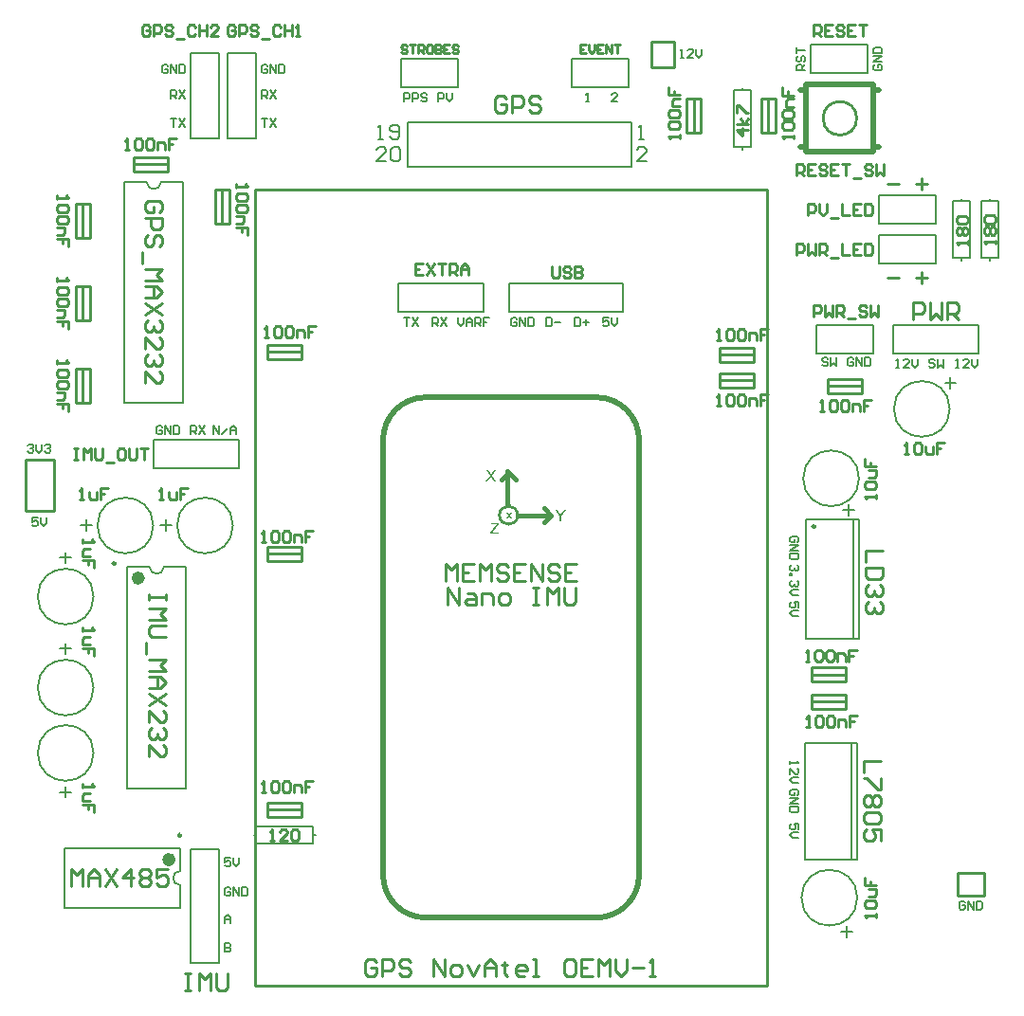
<source format=gto>
%FSLAX23Y23*%
%MOIN*%
G70*
G01*
G75*
G04 Layer_Color=65535*
%ADD10C,0.020*%
%ADD11C,0.060*%
%ADD12R,0.059X0.059*%
%ADD13C,0.059*%
%ADD14C,0.055*%
%ADD15C,0.250*%
%ADD16O,0.024X0.039*%
%ADD17R,0.059X0.059*%
%ADD18C,0.046*%
%ADD19R,0.046X0.046*%
%ADD20C,0.049*%
%ADD21R,0.049X0.049*%
%ADD22C,0.157*%
%ADD23R,0.059X0.059*%
%ADD24C,0.059*%
%ADD25R,0.049X0.049*%
%ADD26C,0.063*%
%ADD27R,0.063X0.063*%
%ADD28C,0.067*%
%ADD29R,0.067X0.067*%
%ADD30C,0.050*%
%ADD31C,0.015*%
%ADD32C,0.010*%
%ADD33C,0.008*%
%ADD34C,0.024*%
%ADD35C,0.010*%
%ADD36C,0.020*%
%ADD37C,0.008*%
%ADD38C,0.006*%
G36*
X2983Y2831D02*
Y2815D01*
X2978D01*
Y2831D01*
X2963Y2853D01*
X2970D01*
X2977Y2842D01*
Y2842D01*
X2977Y2842D01*
X2977Y2842D01*
X2977Y2841D01*
X2978Y2841D01*
X2978Y2840D01*
X2979Y2839D01*
X2980Y2838D01*
X2980Y2837D01*
X2981Y2835D01*
Y2835D01*
X2981Y2835D01*
X2981Y2836D01*
X2981Y2836D01*
X2982Y2836D01*
X2982Y2837D01*
X2983Y2838D01*
X2984Y2839D01*
X2984Y2841D01*
X2985Y2842D01*
X2993Y2853D01*
X2999D01*
X2983Y2831D01*
D02*
G37*
G36*
X2763Y2804D02*
X2742Y2777D01*
X2739Y2775D01*
X2764D01*
Y2770D01*
X2733D01*
Y2775D01*
X2753Y2799D01*
Y2799D01*
X2753Y2799D01*
X2753Y2800D01*
X2754Y2800D01*
X2754Y2801D01*
X2755Y2802D01*
X2756Y2802D01*
X2756Y2803D01*
X2757Y2804D01*
X2736D01*
Y2808D01*
X2763D01*
Y2804D01*
D02*
G37*
G36*
X2803Y2835D02*
X2812Y2823D01*
X2806D01*
X2800Y2830D01*
X2795Y2823D01*
X2788D01*
X2797Y2835D01*
X2789Y2845D01*
X2795D01*
X2800Y2839D01*
X2805Y2845D01*
X2811D01*
X2803Y2835D01*
D02*
G37*
G36*
X2739Y2975D02*
X2754Y2955D01*
X2747D01*
X2738Y2969D01*
X2738Y2969D01*
X2738Y2969D01*
X2737Y2969D01*
X2737Y2969D01*
X2737Y2970D01*
X2736Y2971D01*
X2736Y2971D01*
X2736Y2971D01*
X2736Y2970D01*
X2735Y2970D01*
X2735Y2969D01*
X2734Y2969D01*
X2734Y2968D01*
X2725Y2955D01*
X2718D01*
X2733Y2975D01*
X2720Y2993D01*
X2726D01*
X2733Y2984D01*
Y2983D01*
X2733Y2983D01*
X2734Y2983D01*
X2734Y2982D01*
X2734Y2982D01*
X2735Y2981D01*
X2735Y2980D01*
X2736Y2980D01*
X2736Y2979D01*
X2736Y2979D01*
X2737Y2979D01*
X2737Y2980D01*
X2737Y2980D01*
X2738Y2981D01*
X2738Y2982D01*
X2739Y2982D01*
X2739Y2983D01*
X2747Y2993D01*
X2753D01*
X2739Y2975D01*
D02*
G37*
D10*
X2507Y3250D02*
G03*
X2357Y3100I0J-150D01*
G01*
X3257D02*
G03*
X3107Y3250I-150J0D01*
G01*
Y1420D02*
G03*
X3257Y1570I0J150D01*
G01*
X2357D02*
G03*
X2507Y1420I150J0D01*
G01*
X2507D02*
X3107D01*
X3257Y1570D02*
Y3100D01*
X2509Y3252D02*
X3115D01*
X2357Y1570D02*
Y3100D01*
D31*
X2794Y2874D02*
X2798Y2870D01*
X2833Y2835D02*
X2948D01*
X2794Y2874D02*
Y2989D01*
X2773Y2960D02*
X2798Y2985D01*
X2794Y2989D02*
X2823Y2960D01*
X2923Y2860D02*
X2948Y2835D01*
X2923Y2810D02*
X2948Y2835D01*
D32*
X4022Y4231D02*
G03*
X4022Y4231I-59J0D01*
G01*
X2830Y2835D02*
G03*
X2830Y2835I-32J0D01*
G01*
X3571Y3399D02*
X3661D01*
X3541D02*
X3631D01*
X3661Y3374D02*
Y3399D01*
X3541Y3374D02*
X3661D01*
X3541D02*
Y3424D01*
X3661D01*
Y3399D02*
Y3424D01*
X1907Y3980D02*
X3707D01*
Y1180D02*
Y3980D01*
X1907Y1180D02*
X3707D01*
X1907D02*
Y3980D01*
X1101Y2849D02*
X1201D01*
X1101Y3029D02*
X1201D01*
Y2849D02*
Y3029D01*
X1101Y2849D02*
Y3029D01*
X3301Y4499D02*
X3381D01*
Y4409D02*
Y4499D01*
X3301Y4409D02*
X3381D01*
X3301D02*
Y4499D01*
X3951Y3289D02*
X4041D01*
X3921D02*
X4011D01*
X4041Y3264D02*
Y3289D01*
X3921Y3264D02*
X4041D01*
X3921D02*
Y3314D01*
X4041D01*
Y3289D02*
Y3314D01*
X1981Y1799D02*
X2071D01*
X1951D02*
X2041D01*
X2071Y1774D02*
Y1799D01*
X1951Y1774D02*
X2071D01*
X1951D02*
Y1824D01*
X2071D01*
Y1799D02*
Y1824D01*
X3541Y3309D02*
X3631D01*
X3571D02*
X3661D01*
X3541D02*
Y3334D01*
X3661D01*
Y3284D02*
Y3334D01*
X3541Y3284D02*
X3661D01*
X3541D02*
Y3309D01*
X1981Y3409D02*
X2071D01*
X1951D02*
X2041D01*
X2071Y3384D02*
Y3409D01*
X1951Y3384D02*
X2071D01*
X1951D02*
Y3434D01*
X2071D01*
Y3409D02*
Y3434D01*
X1981Y2699D02*
X2071D01*
X1951D02*
X2041D01*
X2071Y2674D02*
Y2699D01*
X1951Y2674D02*
X2071D01*
X1951D02*
Y2724D01*
X2071D01*
Y2699D02*
Y2724D01*
X3711Y4179D02*
X3736D01*
Y4299D01*
X3686D02*
X3736D01*
X3686Y4179D02*
Y4299D01*
Y4179D02*
X3711D01*
Y4209D02*
Y4299D01*
Y4179D02*
Y4269D01*
X1766Y3979D02*
X1791D01*
X1766Y3859D02*
Y3979D01*
Y3859D02*
X1816D01*
Y3979D01*
X1791D02*
X1816D01*
X1791Y3859D02*
Y3949D01*
Y3889D02*
Y3979D01*
X1481Y4069D02*
X1571D01*
X1511D02*
X1601D01*
X1481D02*
Y4094D01*
X1601D01*
Y4044D02*
Y4094D01*
X1481Y4044D02*
X1601D01*
X1481D02*
Y4069D01*
X1301Y3839D02*
Y3929D01*
Y3809D02*
Y3899D01*
Y3929D02*
X1326D01*
Y3809D02*
Y3929D01*
X1276Y3809D02*
X1326D01*
X1276D02*
Y3929D01*
X1301D01*
Y3549D02*
Y3639D01*
Y3519D02*
Y3609D01*
Y3639D02*
X1326D01*
Y3519D02*
Y3639D01*
X1276Y3519D02*
X1326D01*
X1276D02*
Y3639D01*
X1301D01*
Y3259D02*
Y3349D01*
Y3229D02*
Y3319D01*
Y3349D02*
X1326D01*
Y3229D02*
Y3349D01*
X1276Y3229D02*
X1326D01*
X1276D02*
Y3349D01*
X1301D01*
X3424Y4299D02*
X3449D01*
X3424Y4179D02*
Y4299D01*
Y4179D02*
X3474D01*
Y4299D01*
X3449D02*
X3474D01*
X3449Y4179D02*
Y4269D01*
Y4209D02*
Y4299D01*
X4378Y1578D02*
X4471D01*
X4378Y1498D02*
Y1578D01*
Y1498D02*
X4471D01*
Y1578D01*
X3865Y2154D02*
Y2179D01*
Y2154D02*
X3985D01*
Y2204D01*
X3865D02*
X3985D01*
X3865Y2179D02*
Y2204D01*
X3895Y2179D02*
X3985D01*
X3865D02*
X3955D01*
X3983Y2275D02*
Y2300D01*
X3863D02*
X3983D01*
X3863Y2250D02*
Y2300D01*
Y2250D02*
X3983D01*
Y2275D01*
X3863D02*
X3953D01*
X3893D02*
X3983D01*
X2498Y3719D02*
X2471D01*
Y3679D01*
X2498D01*
X2471Y3699D02*
X2484D01*
X2511Y3719D02*
X2538Y3679D01*
Y3719D02*
X2511Y3679D01*
X2551Y3719D02*
X2578D01*
X2564D01*
Y3679D01*
X2591D02*
Y3719D01*
X2611D01*
X2618Y3712D01*
Y3699D01*
X2611Y3692D01*
X2591D01*
X2604D02*
X2618Y3679D01*
X2631D02*
Y3706D01*
X2644Y3719D01*
X2658Y3706D01*
Y3679D01*
Y3699D01*
X2631D01*
X3531Y3449D02*
X3544D01*
X3538D01*
Y3489D01*
X3531Y3482D01*
X3564D02*
X3571Y3489D01*
X3584D01*
X3591Y3482D01*
Y3456D01*
X3584Y3449D01*
X3571D01*
X3564Y3456D01*
Y3482D01*
X3604D02*
X3611Y3489D01*
X3624D01*
X3631Y3482D01*
Y3456D01*
X3624Y3449D01*
X3611D01*
X3604Y3456D01*
Y3482D01*
X3644Y3449D02*
Y3476D01*
X3664D01*
X3671Y3469D01*
Y3449D01*
X3711Y3489D02*
X3684D01*
Y3469D01*
X3698D01*
X3684D01*
Y3449D01*
X2951Y3709D02*
Y3676D01*
X2958Y3669D01*
X2971D01*
X2978Y3676D01*
Y3709D01*
X3018Y3702D02*
X3011Y3709D01*
X2998D01*
X2991Y3702D01*
Y3696D01*
X2998Y3689D01*
X3011D01*
X3018Y3682D01*
Y3676D01*
X3011Y3669D01*
X2998D01*
X2991Y3676D01*
X3031Y3709D02*
Y3669D01*
X3051D01*
X3058Y3676D01*
Y3682D01*
X3051Y3689D01*
X3031D01*
X3051D01*
X3058Y3696D01*
Y3702D01*
X3051Y3709D01*
X3031D01*
X3893Y3200D02*
X3906D01*
X3900D01*
Y3240D01*
X3893Y3233D01*
X3926D02*
X3933Y3240D01*
X3946D01*
X3953Y3233D01*
Y3207D01*
X3946Y3200D01*
X3933D01*
X3926Y3207D01*
Y3233D01*
X3966D02*
X3973Y3240D01*
X3986D01*
X3993Y3233D01*
Y3207D01*
X3986Y3200D01*
X3973D01*
X3966Y3207D01*
Y3233D01*
X4006Y3200D02*
Y3227D01*
X4026D01*
X4033Y3220D01*
Y3200D01*
X4073Y3240D02*
X4046D01*
Y3220D01*
X4060D01*
X4046D01*
Y3200D01*
X3811Y4029D02*
Y4069D01*
X3831D01*
X3838Y4062D01*
Y4049D01*
X3831Y4042D01*
X3811D01*
X3824D02*
X3838Y4029D01*
X3878Y4069D02*
X3851D01*
Y4029D01*
X3878D01*
X3851Y4049D02*
X3864D01*
X3918Y4062D02*
X3911Y4069D01*
X3898D01*
X3891Y4062D01*
Y4056D01*
X3898Y4049D01*
X3911D01*
X3918Y4042D01*
Y4036D01*
X3911Y4029D01*
X3898D01*
X3891Y4036D01*
X3958Y4069D02*
X3931D01*
Y4029D01*
X3958D01*
X3931Y4049D02*
X3944D01*
X3971Y4069D02*
X3998D01*
X3984D01*
Y4029D01*
X4011Y4022D02*
X4038D01*
X4078Y4062D02*
X4071Y4069D01*
X4058D01*
X4051Y4062D01*
Y4056D01*
X4058Y4049D01*
X4071D01*
X4078Y4042D01*
Y4036D01*
X4071Y4029D01*
X4058D01*
X4051Y4036D01*
X4091Y4069D02*
Y4029D01*
X4104Y4042D01*
X4118Y4029D01*
Y4069D01*
X1931Y1859D02*
X1944D01*
X1938D01*
Y1899D01*
X1931Y1892D01*
X1964D02*
X1971Y1899D01*
X1984D01*
X1991Y1892D01*
Y1866D01*
X1984Y1859D01*
X1971D01*
X1964Y1866D01*
Y1892D01*
X2004D02*
X2011Y1899D01*
X2024D01*
X2031Y1892D01*
Y1866D01*
X2024Y1859D01*
X2011D01*
X2004Y1866D01*
Y1892D01*
X2044Y1859D02*
Y1886D01*
X2064D01*
X2071Y1879D01*
Y1859D01*
X2111Y1899D02*
X2084D01*
Y1879D01*
X2098D01*
X2084D01*
Y1859D01*
X1301Y2749D02*
Y2736D01*
Y2742D01*
X1341D01*
X1334Y2749D01*
X1328Y2716D02*
X1308D01*
X1301Y2709D01*
Y2689D01*
X1328D01*
X1341Y2649D02*
Y2676D01*
X1321D01*
Y2662D01*
Y2676D01*
X1301D01*
Y2439D02*
Y2426D01*
Y2432D01*
X1341D01*
X1334Y2439D01*
X1328Y2406D02*
X1308D01*
X1301Y2399D01*
Y2379D01*
X1328D01*
X1341Y2339D02*
Y2366D01*
X1321D01*
Y2352D01*
Y2366D01*
X1301D01*
X1291Y2889D02*
X1304D01*
X1298D01*
Y2929D01*
X1291Y2922D01*
X1324Y2916D02*
Y2896D01*
X1331Y2889D01*
X1351D01*
Y2916D01*
X1391Y2929D02*
X1364D01*
Y2909D01*
X1378D01*
X1364D01*
Y2889D01*
X1571D02*
X1584D01*
X1578D01*
Y2929D01*
X1571Y2922D01*
X1604Y2916D02*
Y2896D01*
X1611Y2889D01*
X1631D01*
Y2916D01*
X1671Y2929D02*
X1644D01*
Y2909D01*
X1658D01*
X1644D01*
Y2889D01*
X1301Y1889D02*
Y1876D01*
Y1882D01*
X1341D01*
X1334Y1889D01*
X1328Y1856D02*
X1308D01*
X1301Y1849D01*
Y1829D01*
X1328D01*
X1341Y1789D02*
Y1816D01*
X1321D01*
Y1802D01*
Y1816D01*
X1301D01*
X1961Y1689D02*
X1974D01*
X1968D01*
Y1729D01*
X1961Y1722D01*
X2021Y1689D02*
X1994D01*
X2021Y1716D01*
Y1722D01*
X2014Y1729D01*
X2001D01*
X1994Y1722D01*
X2034D02*
X2041Y1729D01*
X2054D01*
X2061Y1722D01*
Y1696D01*
X2054Y1689D01*
X2041D01*
X2034Y1696D01*
Y1722D01*
X3871Y4519D02*
Y4559D01*
X3891D01*
X3898Y4552D01*
Y4539D01*
X3891Y4532D01*
X3871D01*
X3884D02*
X3898Y4519D01*
X3938Y4559D02*
X3911D01*
Y4519D01*
X3938D01*
X3911Y4539D02*
X3924D01*
X3978Y4552D02*
X3971Y4559D01*
X3958D01*
X3951Y4552D01*
Y4546D01*
X3958Y4539D01*
X3971D01*
X3978Y4532D01*
Y4526D01*
X3971Y4519D01*
X3958D01*
X3951Y4526D01*
X4018Y4559D02*
X3991D01*
Y4519D01*
X4018D01*
X3991Y4539D02*
X4004D01*
X4031Y4559D02*
X4058D01*
X4044D01*
Y4519D01*
X3641Y4189D02*
X3601D01*
X3621Y4169D01*
Y4196D01*
X3641Y4209D02*
X3601D01*
X3628D02*
X3614Y4229D01*
X3628Y4209D02*
X3641Y4229D01*
X3601Y4249D02*
Y4276D01*
X3608D01*
X3634Y4249D01*
X3641D01*
X4221Y3524D02*
Y3584D01*
X4251D01*
X4261Y3574D01*
Y3554D01*
X4251Y3544D01*
X4221D01*
X4281Y3584D02*
Y3524D01*
X4301Y3544D01*
X4321Y3524D01*
Y3584D01*
X4341Y3524D02*
Y3584D01*
X4371D01*
X4381Y3574D01*
Y3554D01*
X4371Y3544D01*
X4341D01*
X4361D02*
X4381Y3524D01*
X3871Y3534D02*
Y3574D01*
X3891D01*
X3898Y3567D01*
Y3554D01*
X3891Y3547D01*
X3871D01*
X3911Y3574D02*
Y3534D01*
X3924Y3547D01*
X3938Y3534D01*
Y3574D01*
X3951Y3534D02*
Y3574D01*
X3971D01*
X3978Y3567D01*
Y3554D01*
X3971Y3547D01*
X3951D01*
X3964D02*
X3978Y3534D01*
X3991Y3527D02*
X4018D01*
X4058Y3567D02*
X4051Y3574D01*
X4038D01*
X4031Y3567D01*
Y3561D01*
X4038Y3554D01*
X4051D01*
X4058Y3547D01*
Y3541D01*
X4051Y3534D01*
X4038D01*
X4031Y3541D01*
X4071Y3574D02*
Y3534D01*
X4084Y3547D01*
X4098Y3534D01*
Y3574D01*
X4511Y3789D02*
Y3802D01*
Y3796D01*
X4471D01*
X4478Y3789D01*
Y3822D02*
X4471Y3829D01*
Y3842D01*
X4478Y3849D01*
X4484D01*
X4491Y3842D01*
X4498Y3849D01*
X4504D01*
X4511Y3842D01*
Y3829D01*
X4504Y3822D01*
X4498D01*
X4491Y3829D01*
X4484Y3822D01*
X4478D01*
X4491Y3829D02*
Y3842D01*
X4478Y3862D02*
X4471Y3869D01*
Y3882D01*
X4478Y3889D01*
X4504D01*
X4511Y3882D01*
Y3869D01*
X4504Y3862D01*
X4478D01*
X3811Y3749D02*
Y3789D01*
X3831D01*
X3838Y3782D01*
Y3769D01*
X3831Y3762D01*
X3811D01*
X3851Y3789D02*
Y3749D01*
X3864Y3762D01*
X3878Y3749D01*
Y3789D01*
X3891Y3749D02*
Y3789D01*
X3911D01*
X3918Y3782D01*
Y3769D01*
X3911Y3762D01*
X3891D01*
X3904D02*
X3918Y3749D01*
X3931Y3742D02*
X3958D01*
X3971Y3789D02*
Y3749D01*
X3998D01*
X4038Y3789D02*
X4011D01*
Y3749D01*
X4038D01*
X4011Y3769D02*
X4024D01*
X4051Y3789D02*
Y3749D01*
X4071D01*
X4078Y3756D01*
Y3782D01*
X4071Y3789D01*
X4051D01*
X4412Y3786D02*
Y3799D01*
Y3793D01*
X4372D01*
X4379Y3786D01*
Y3819D02*
X4372Y3826D01*
Y3839D01*
X4379Y3846D01*
X4385D01*
X4392Y3839D01*
X4399Y3846D01*
X4405D01*
X4412Y3839D01*
Y3826D01*
X4405Y3819D01*
X4399D01*
X4392Y3826D01*
X4385Y3819D01*
X4379D01*
X4392Y3826D02*
Y3839D01*
X4379Y3859D02*
X4372Y3866D01*
Y3879D01*
X4379Y3886D01*
X4405D01*
X4412Y3879D01*
Y3866D01*
X4405Y3859D01*
X4379D01*
X3851Y3889D02*
Y3929D01*
X3871D01*
X3878Y3922D01*
Y3909D01*
X3871Y3902D01*
X3851D01*
X3891Y3929D02*
Y3902D01*
X3904Y3889D01*
X3918Y3902D01*
Y3929D01*
X3931Y3882D02*
X3958D01*
X3971Y3929D02*
Y3889D01*
X3998D01*
X4038Y3929D02*
X4011D01*
Y3889D01*
X4038D01*
X4011Y3909D02*
X4024D01*
X4051Y3929D02*
Y3889D01*
X4071D01*
X4078Y3896D01*
Y3922D01*
X4071Y3929D01*
X4051D01*
X1659Y1224D02*
X1679D01*
X1669D01*
Y1164D01*
X1659D01*
X1679D01*
X1709D02*
Y1224D01*
X1729Y1204D01*
X1749Y1224D01*
Y1164D01*
X1769Y1224D02*
Y1174D01*
X1779Y1164D01*
X1799D01*
X1809Y1174D01*
Y1224D01*
X1271Y3069D02*
X1284D01*
X1278D01*
Y3029D01*
X1271D01*
X1284D01*
X1304D02*
Y3069D01*
X1318Y3056D01*
X1331Y3069D01*
Y3029D01*
X1344Y3069D02*
Y3036D01*
X1351Y3029D01*
X1364D01*
X1371Y3036D01*
Y3069D01*
X1384Y3022D02*
X1411D01*
X1444Y3069D02*
X1431D01*
X1424Y3062D01*
Y3036D01*
X1431Y3029D01*
X1444D01*
X1451Y3036D01*
Y3062D01*
X1444Y3069D01*
X1464D02*
Y3036D01*
X1471Y3029D01*
X1484D01*
X1491Y3036D01*
Y3069D01*
X1504D02*
X1531D01*
X1518D01*
Y3029D01*
X1538Y4552D02*
X1531Y4559D01*
X1518D01*
X1511Y4552D01*
Y4526D01*
X1518Y4519D01*
X1531D01*
X1538Y4526D01*
Y4539D01*
X1524D01*
X1551Y4519D02*
Y4559D01*
X1571D01*
X1578Y4552D01*
Y4539D01*
X1571Y4532D01*
X1551D01*
X1618Y4552D02*
X1611Y4559D01*
X1598D01*
X1591Y4552D01*
Y4546D01*
X1598Y4539D01*
X1611D01*
X1618Y4532D01*
Y4526D01*
X1611Y4519D01*
X1598D01*
X1591Y4526D01*
X1631Y4512D02*
X1658D01*
X1698Y4552D02*
X1691Y4559D01*
X1678D01*
X1671Y4552D01*
Y4526D01*
X1678Y4519D01*
X1691D01*
X1698Y4526D01*
X1711Y4559D02*
Y4519D01*
Y4539D01*
X1738D01*
Y4559D01*
Y4519D01*
X1778D02*
X1751D01*
X1778Y4546D01*
Y4552D01*
X1771Y4559D01*
X1758D01*
X1751Y4552D01*
X1838D02*
X1831Y4559D01*
X1818D01*
X1811Y4552D01*
Y4526D01*
X1818Y4519D01*
X1831D01*
X1838Y4526D01*
Y4539D01*
X1824D01*
X1851Y4519D02*
Y4559D01*
X1871D01*
X1878Y4552D01*
Y4539D01*
X1871Y4532D01*
X1851D01*
X1918Y4552D02*
X1911Y4559D01*
X1898D01*
X1891Y4552D01*
Y4546D01*
X1898Y4539D01*
X1911D01*
X1918Y4532D01*
Y4526D01*
X1911Y4519D01*
X1898D01*
X1891Y4526D01*
X1931Y4512D02*
X1958D01*
X1998Y4552D02*
X1991Y4559D01*
X1978D01*
X1971Y4552D01*
Y4526D01*
X1978Y4519D01*
X1991D01*
X1998Y4526D01*
X2011Y4559D02*
Y4519D01*
Y4539D01*
X2038D01*
Y4559D01*
Y4519D01*
X2051D02*
X2064D01*
X2058D01*
Y4559D01*
X2051Y4552D01*
X3531Y3219D02*
X3544D01*
X3538D01*
Y3259D01*
X3531Y3252D01*
X3564D02*
X3571Y3259D01*
X3584D01*
X3591Y3252D01*
Y3226D01*
X3584Y3219D01*
X3571D01*
X3564Y3226D01*
Y3252D01*
X3604D02*
X3611Y3259D01*
X3624D01*
X3631Y3252D01*
Y3226D01*
X3624Y3219D01*
X3611D01*
X3604Y3226D01*
Y3252D01*
X3644Y3219D02*
Y3246D01*
X3664D01*
X3671Y3239D01*
Y3219D01*
X3711Y3259D02*
X3684D01*
Y3239D01*
X3698D01*
X3684D01*
Y3219D01*
X1941Y3459D02*
X1954D01*
X1948D01*
Y3499D01*
X1941Y3492D01*
X1974D02*
X1981Y3499D01*
X1994D01*
X2001Y3492D01*
Y3466D01*
X1994Y3459D01*
X1981D01*
X1974Y3466D01*
Y3492D01*
X2014D02*
X2021Y3499D01*
X2034D01*
X2041Y3492D01*
Y3466D01*
X2034Y3459D01*
X2021D01*
X2014Y3466D01*
Y3492D01*
X2054Y3459D02*
Y3486D01*
X2074D01*
X2081Y3479D01*
Y3459D01*
X2121Y3499D02*
X2094D01*
Y3479D01*
X2108D01*
X2094D01*
Y3459D01*
X1931Y2739D02*
X1944D01*
X1938D01*
Y2779D01*
X1931Y2772D01*
X1964D02*
X1971Y2779D01*
X1984D01*
X1991Y2772D01*
Y2746D01*
X1984Y2739D01*
X1971D01*
X1964Y2746D01*
Y2772D01*
X2004D02*
X2011Y2779D01*
X2024D01*
X2031Y2772D01*
Y2746D01*
X2024Y2739D01*
X2011D01*
X2004Y2746D01*
Y2772D01*
X2044Y2739D02*
Y2766D01*
X2064D01*
X2071Y2759D01*
Y2739D01*
X2111Y2779D02*
X2084D01*
Y2759D01*
X2098D01*
X2084D01*
Y2739D01*
X2791Y4299D02*
X2781Y4309D01*
X2761D01*
X2751Y4299D01*
Y4259D01*
X2761Y4249D01*
X2781D01*
X2791Y4259D01*
Y4279D01*
X2771D01*
X2811Y4249D02*
Y4309D01*
X2841D01*
X2851Y4299D01*
Y4279D01*
X2841Y4269D01*
X2811D01*
X2911Y4299D02*
X2901Y4309D01*
X2881D01*
X2871Y4299D01*
Y4289D01*
X2881Y4279D01*
X2901D01*
X2911Y4269D01*
Y4259D01*
X2901Y4249D01*
X2881D01*
X2871Y4259D01*
X4191Y3049D02*
X4204D01*
X4198D01*
Y3089D01*
X4191Y3082D01*
X4224D02*
X4231Y3089D01*
X4244D01*
X4251Y3082D01*
Y3056D01*
X4244Y3049D01*
X4231D01*
X4224Y3056D01*
Y3082D01*
X4264Y3076D02*
Y3056D01*
X4271Y3049D01*
X4291D01*
Y3076D01*
X4331Y3089D02*
X4304D01*
Y3069D01*
X4318D01*
X4304D01*
Y3049D01*
X3071Y4489D02*
X3051D01*
Y4459D01*
X3071D01*
X3051Y4474D02*
X3061D01*
X3081Y4489D02*
Y4469D01*
X3091Y4459D01*
X3101Y4469D01*
Y4489D01*
X3131D02*
X3111D01*
Y4459D01*
X3131D01*
X3111Y4474D02*
X3121D01*
X3141Y4459D02*
Y4489D01*
X3161Y4459D01*
Y4489D01*
X3171D02*
X3191D01*
X3181D01*
Y4459D01*
X2441Y4484D02*
X2436Y4489D01*
X2426D01*
X2421Y4484D01*
Y4479D01*
X2426Y4474D01*
X2436D01*
X2441Y4469D01*
Y4464D01*
X2436Y4459D01*
X2426D01*
X2421Y4464D01*
X2451Y4489D02*
X2471D01*
X2461D01*
Y4459D01*
X2481D02*
Y4489D01*
X2496D01*
X2501Y4484D01*
Y4474D01*
X2496Y4469D01*
X2481D01*
X2491D02*
X2501Y4459D01*
X2526Y4489D02*
X2516D01*
X2511Y4484D01*
Y4464D01*
X2516Y4459D01*
X2526D01*
X2531Y4464D01*
Y4484D01*
X2526Y4489D01*
X2541D02*
Y4459D01*
X2556D01*
X2561Y4464D01*
Y4469D01*
X2556Y4474D01*
X2541D01*
X2556D01*
X2561Y4479D01*
Y4484D01*
X2556Y4489D01*
X2541D01*
X2591D02*
X2571D01*
Y4459D01*
X2591D01*
X2571Y4474D02*
X2581D01*
X2621Y4484D02*
X2616Y4489D01*
X2606D01*
X2601Y4484D01*
Y4479D01*
X2606Y4474D01*
X2616D01*
X2621Y4469D01*
Y4464D01*
X2616Y4459D01*
X2606D01*
X2601Y4464D01*
X1261Y1529D02*
Y1589D01*
X1281Y1569D01*
X1301Y1589D01*
Y1529D01*
X1321D02*
Y1569D01*
X1341Y1589D01*
X1361Y1569D01*
Y1529D01*
Y1559D01*
X1321D01*
X1381Y1589D02*
X1421Y1529D01*
Y1589D02*
X1381Y1529D01*
X1471D02*
Y1589D01*
X1441Y1559D01*
X1481D01*
X1501Y1579D02*
X1511Y1589D01*
X1531D01*
X1541Y1579D01*
Y1569D01*
X1531Y1559D01*
X1541Y1549D01*
Y1539D01*
X1531Y1529D01*
X1511D01*
X1501Y1539D01*
Y1549D01*
X1511Y1559D01*
X1501Y1569D01*
Y1579D01*
X1511Y1559D02*
X1531D01*
X1601Y1589D02*
X1561D01*
Y1559D01*
X1581Y1569D01*
X1591D01*
X1601Y1559D01*
Y1539D01*
X1591Y1529D01*
X1571D01*
X1561Y1539D01*
X1211Y3379D02*
Y3366D01*
Y3372D01*
X1251D01*
X1244Y3379D01*
Y3346D02*
X1251Y3339D01*
Y3326D01*
X1244Y3319D01*
X1218D01*
X1211Y3326D01*
Y3339D01*
X1218Y3346D01*
X1244D01*
Y3306D02*
X1251Y3299D01*
Y3286D01*
X1244Y3279D01*
X1218D01*
X1211Y3286D01*
Y3299D01*
X1218Y3306D01*
X1244D01*
X1211Y3266D02*
X1238D01*
Y3246D01*
X1231Y3239D01*
X1211D01*
X1251Y3199D02*
Y3226D01*
X1231D01*
Y3212D01*
Y3226D01*
X1211D01*
X1451Y4119D02*
X1464D01*
X1458D01*
Y4159D01*
X1451Y4152D01*
X1484D02*
X1491Y4159D01*
X1504D01*
X1511Y4152D01*
Y4126D01*
X1504Y4119D01*
X1491D01*
X1484Y4126D01*
Y4152D01*
X1524D02*
X1531Y4159D01*
X1544D01*
X1551Y4152D01*
Y4126D01*
X1544Y4119D01*
X1531D01*
X1524Y4126D01*
Y4152D01*
X1564Y4119D02*
Y4146D01*
X1584D01*
X1591Y4139D01*
Y4119D01*
X1631Y4159D02*
X1604D01*
Y4139D01*
X1618D01*
X1604D01*
Y4119D01*
X1211Y3669D02*
Y3656D01*
Y3662D01*
X1251D01*
X1244Y3669D01*
Y3636D02*
X1251Y3629D01*
Y3616D01*
X1244Y3609D01*
X1218D01*
X1211Y3616D01*
Y3629D01*
X1218Y3636D01*
X1244D01*
Y3596D02*
X1251Y3589D01*
Y3576D01*
X1244Y3569D01*
X1218D01*
X1211Y3576D01*
Y3589D01*
X1218Y3596D01*
X1244D01*
X1211Y3556D02*
X1238D01*
Y3536D01*
X1231Y3529D01*
X1211D01*
X1251Y3489D02*
Y3516D01*
X1231D01*
Y3502D01*
Y3516D01*
X1211D01*
Y3959D02*
Y3946D01*
Y3952D01*
X1251D01*
X1244Y3959D01*
Y3926D02*
X1251Y3919D01*
Y3906D01*
X1244Y3899D01*
X1218D01*
X1211Y3906D01*
Y3919D01*
X1218Y3926D01*
X1244D01*
Y3886D02*
X1251Y3879D01*
Y3866D01*
X1244Y3859D01*
X1218D01*
X1211Y3866D01*
Y3879D01*
X1218Y3886D01*
X1244D01*
X1211Y3846D02*
X1238D01*
Y3826D01*
X1231Y3819D01*
X1211D01*
X1251Y3779D02*
Y3806D01*
X1231D01*
Y3792D01*
Y3806D01*
X1211D01*
X1841Y3999D02*
Y3986D01*
Y3992D01*
X1881D01*
X1874Y3999D01*
Y3966D02*
X1881Y3959D01*
Y3946D01*
X1874Y3939D01*
X1848D01*
X1841Y3946D01*
Y3959D01*
X1848Y3966D01*
X1874D01*
Y3926D02*
X1881Y3919D01*
Y3906D01*
X1874Y3899D01*
X1848D01*
X1841Y3906D01*
Y3919D01*
X1848Y3926D01*
X1874D01*
X1841Y3886D02*
X1868D01*
Y3866D01*
X1861Y3859D01*
X1841D01*
X1881Y3819D02*
Y3846D01*
X1861D01*
Y3832D01*
Y3846D01*
X1841D01*
X1571Y3899D02*
X1581Y3909D01*
Y3929D01*
X1571Y3939D01*
X1531D01*
X1521Y3929D01*
Y3909D01*
X1531Y3899D01*
X1551D01*
Y3919D01*
X1521Y3879D02*
X1581D01*
Y3849D01*
X1571Y3839D01*
X1551D01*
X1541Y3849D01*
Y3879D01*
X1571Y3779D02*
X1581Y3789D01*
Y3809D01*
X1571Y3819D01*
X1561D01*
X1551Y3809D01*
Y3789D01*
X1541Y3779D01*
X1531D01*
X1521Y3789D01*
Y3809D01*
X1531Y3819D01*
X1511Y3759D02*
Y3719D01*
X1521Y3699D02*
X1581D01*
X1561Y3679D01*
X1581Y3659D01*
X1521D01*
Y3639D02*
X1561D01*
X1581Y3619D01*
X1561Y3599D01*
X1521D01*
X1551D01*
Y3639D01*
X1581Y3579D02*
X1521Y3539D01*
X1581D02*
X1521Y3579D01*
X1571Y3519D02*
X1581Y3509D01*
Y3489D01*
X1571Y3479D01*
X1561D01*
X1551Y3489D01*
Y3499D01*
Y3489D01*
X1541Y3479D01*
X1531D01*
X1521Y3489D01*
Y3509D01*
X1531Y3519D01*
X1521Y3419D02*
Y3459D01*
X1561Y3419D01*
X1571D01*
X1581Y3429D01*
Y3449D01*
X1571Y3459D01*
Y3399D02*
X1581Y3389D01*
Y3369D01*
X1571Y3359D01*
X1561D01*
X1551Y3369D01*
Y3379D01*
Y3369D01*
X1541Y3359D01*
X1531D01*
X1521Y3369D01*
Y3389D01*
X1531Y3399D01*
X1521Y3299D02*
Y3339D01*
X1561Y3299D01*
X1571D01*
X1581Y3309D01*
Y3329D01*
X1571Y3339D01*
X1595Y2558D02*
Y2538D01*
Y2548D01*
X1535D01*
Y2558D01*
Y2538D01*
Y2508D02*
X1595D01*
X1575Y2488D01*
X1595Y2468D01*
X1535D01*
X1595Y2448D02*
X1545D01*
X1535Y2438D01*
Y2418D01*
X1545Y2408D01*
X1595D01*
X1525Y2388D02*
Y2348D01*
X1535Y2328D02*
X1595D01*
X1575Y2308D01*
X1595Y2288D01*
X1535D01*
Y2268D02*
X1575D01*
X1595Y2248D01*
X1575Y2228D01*
X1535D01*
X1565D01*
Y2268D01*
X1595Y2208D02*
X1535Y2168D01*
X1595D02*
X1535Y2208D01*
Y2108D02*
Y2148D01*
X1575Y2108D01*
X1585D01*
X1595Y2118D01*
Y2138D01*
X1585Y2148D01*
Y2088D02*
X1595Y2078D01*
Y2058D01*
X1585Y2048D01*
X1575D01*
X1565Y2058D01*
Y2068D01*
Y2058D01*
X1555Y2048D01*
X1545D01*
X1535Y2058D01*
Y2078D01*
X1545Y2088D01*
X1535Y1988D02*
Y2028D01*
X1575Y1988D01*
X1585D01*
X1595Y1998D01*
Y2018D01*
X1585Y2028D01*
X3801Y4159D02*
Y4172D01*
Y4166D01*
X3761D01*
X3768Y4159D01*
Y4192D02*
X3761Y4199D01*
Y4212D01*
X3768Y4219D01*
X3794D01*
X3801Y4212D01*
Y4199D01*
X3794Y4192D01*
X3768D01*
Y4232D02*
X3761Y4239D01*
Y4252D01*
X3768Y4259D01*
X3794D01*
X3801Y4252D01*
Y4239D01*
X3794Y4232D01*
X3768D01*
X3801Y4272D02*
X3774D01*
Y4292D01*
X3781Y4299D01*
X3801D01*
X3761Y4339D02*
Y4312D01*
X3781D01*
Y4326D01*
Y4312D01*
X3801D01*
X3400Y4160D02*
Y4173D01*
Y4167D01*
X3360D01*
X3367Y4160D01*
Y4193D02*
X3360Y4200D01*
Y4213D01*
X3367Y4220D01*
X3393D01*
X3400Y4213D01*
Y4200D01*
X3393Y4193D01*
X3367D01*
Y4233D02*
X3360Y4240D01*
Y4253D01*
X3367Y4260D01*
X3393D01*
X3400Y4253D01*
Y4240D01*
X3393Y4233D01*
X3367D01*
X3400Y4273D02*
X3373D01*
Y4293D01*
X3380Y4300D01*
X3400D01*
X3360Y4340D02*
Y4313D01*
X3380D01*
Y4327D01*
Y4313D01*
X3400D01*
X4113Y2710D02*
X4053D01*
Y2670D01*
X4113Y2650D02*
X4053D01*
Y2620D01*
X4063Y2610D01*
X4103D01*
X4113Y2620D01*
Y2650D01*
X4103Y2590D02*
X4113Y2580D01*
Y2560D01*
X4103Y2550D01*
X4093D01*
X4083Y2560D01*
Y2570D01*
Y2560D01*
X4073Y2550D01*
X4063D01*
X4053Y2560D01*
Y2580D01*
X4063Y2590D01*
X4103Y2530D02*
X4113Y2520D01*
Y2500D01*
X4103Y2490D01*
X4093D01*
X4083Y2500D01*
Y2510D01*
Y2500D01*
X4073Y2490D01*
X4063D01*
X4053Y2500D01*
Y2520D01*
X4063Y2530D01*
X4108Y1970D02*
X4048D01*
Y1930D01*
X4108Y1910D02*
Y1870D01*
X4098D01*
X4058Y1910D01*
X4048D01*
X4098Y1850D02*
X4108Y1840D01*
Y1820D01*
X4098Y1810D01*
X4088D01*
X4078Y1820D01*
X4068Y1810D01*
X4058D01*
X4048Y1820D01*
Y1840D01*
X4058Y1850D01*
X4068D01*
X4078Y1840D01*
X4088Y1850D01*
X4098D01*
X4078Y1840D02*
Y1820D01*
X4098Y1790D02*
X4108Y1780D01*
Y1760D01*
X4098Y1750D01*
X4058D01*
X4048Y1760D01*
Y1780D01*
X4058Y1790D01*
X4098D01*
X4108Y1690D02*
Y1730D01*
X4078D01*
X4088Y1710D01*
Y1700D01*
X4078Y1690D01*
X4058D01*
X4048Y1700D01*
Y1720D01*
X4058Y1730D01*
X4090Y2895D02*
Y2908D01*
Y2902D01*
X4050D01*
X4057Y2895D01*
Y2928D02*
X4050Y2935D01*
Y2948D01*
X4057Y2955D01*
X4083D01*
X4090Y2948D01*
Y2935D01*
X4083Y2928D01*
X4057D01*
X4063Y2968D02*
X4083D01*
X4090Y2975D01*
Y2995D01*
X4063D01*
X4050Y3035D02*
Y3008D01*
X4070D01*
Y3022D01*
Y3008D01*
X4090D01*
X3845Y2089D02*
X3858D01*
X3852D01*
Y2129D01*
X3845Y2122D01*
X3878D02*
X3885Y2129D01*
X3898D01*
X3905Y2122D01*
Y2096D01*
X3898Y2089D01*
X3885D01*
X3878Y2096D01*
Y2122D01*
X3918D02*
X3925Y2129D01*
X3938D01*
X3945Y2122D01*
Y2096D01*
X3938Y2089D01*
X3925D01*
X3918Y2096D01*
Y2122D01*
X3958Y2089D02*
Y2116D01*
X3978D01*
X3985Y2109D01*
Y2089D01*
X4025Y2129D02*
X3998D01*
Y2109D01*
X4012D01*
X3998D01*
Y2089D01*
X3842Y2322D02*
X3855D01*
X3849D01*
Y2362D01*
X3842Y2355D01*
X3875D02*
X3882Y2362D01*
X3895D01*
X3902Y2355D01*
Y2329D01*
X3895Y2322D01*
X3882D01*
X3875Y2329D01*
Y2355D01*
X3915D02*
X3922Y2362D01*
X3935D01*
X3942Y2355D01*
Y2329D01*
X3935Y2322D01*
X3922D01*
X3915Y2329D01*
Y2355D01*
X3955Y2322D02*
Y2349D01*
X3975D01*
X3982Y2342D01*
Y2322D01*
X4022Y2362D02*
X3995D01*
Y2342D01*
X4009D01*
X3995D01*
Y2322D01*
X4090Y1420D02*
Y1433D01*
Y1427D01*
X4050D01*
X4057Y1420D01*
Y1453D02*
X4050Y1460D01*
Y1473D01*
X4057Y1480D01*
X4083D01*
X4090Y1473D01*
Y1460D01*
X4083Y1453D01*
X4057D01*
X4063Y1493D02*
X4083D01*
X4090Y1500D01*
Y1520D01*
X4063D01*
X4050Y1560D02*
Y1533D01*
X4070D01*
Y1547D01*
Y1533D01*
X4090D01*
X2332Y1265D02*
X2322Y1275D01*
X2302D01*
X2292Y1265D01*
Y1225D01*
X2302Y1215D01*
X2322D01*
X2332Y1225D01*
Y1245D01*
X2312D01*
X2352Y1215D02*
Y1275D01*
X2382D01*
X2392Y1265D01*
Y1245D01*
X2382Y1235D01*
X2352D01*
X2452Y1265D02*
X2442Y1275D01*
X2422D01*
X2412Y1265D01*
Y1255D01*
X2422Y1245D01*
X2442D01*
X2452Y1235D01*
Y1225D01*
X2442Y1215D01*
X2422D01*
X2412Y1225D01*
X2532Y1215D02*
Y1275D01*
X2572Y1215D01*
Y1275D01*
X2602Y1215D02*
X2622D01*
X2632Y1225D01*
Y1245D01*
X2622Y1255D01*
X2602D01*
X2592Y1245D01*
Y1225D01*
X2602Y1215D01*
X2652Y1255D02*
X2672Y1215D01*
X2692Y1255D01*
X2712Y1215D02*
Y1255D01*
X2732Y1275D01*
X2752Y1255D01*
Y1215D01*
Y1245D01*
X2712D01*
X2782Y1265D02*
Y1255D01*
X2772D01*
X2792D01*
X2782D01*
Y1225D01*
X2792Y1215D01*
X2852D02*
X2832D01*
X2822Y1225D01*
Y1245D01*
X2832Y1255D01*
X2852D01*
X2862Y1245D01*
Y1235D01*
X2822D01*
X2882Y1215D02*
X2902D01*
X2892D01*
Y1275D01*
X2882D01*
X3022D02*
X3002D01*
X2992Y1265D01*
Y1225D01*
X3002Y1215D01*
X3022D01*
X3032Y1225D01*
Y1265D01*
X3022Y1275D01*
X3092D02*
X3052D01*
Y1215D01*
X3092D01*
X3052Y1245D02*
X3072D01*
X3112Y1215D02*
Y1275D01*
X3132Y1255D01*
X3152Y1275D01*
Y1215D01*
X3172Y1275D02*
Y1235D01*
X3192Y1215D01*
X3212Y1235D01*
Y1275D01*
X3232Y1245D02*
X3272D01*
X3292Y1215D02*
X3312D01*
X3302D01*
Y1275D01*
X3292Y1265D01*
X4271Y3999D02*
X4231D01*
X4251Y3979D02*
Y4019D01*
X4271Y3669D02*
X4231D01*
X4251Y3649D02*
Y3689D01*
X2584Y2520D02*
Y2580D01*
X2624Y2520D01*
Y2580D01*
X2654Y2560D02*
X2674D01*
X2683Y2550D01*
Y2520D01*
X2654D01*
X2644Y2530D01*
X2654Y2540D01*
X2683D01*
X2703Y2520D02*
Y2560D01*
X2733D01*
X2743Y2550D01*
Y2520D01*
X2773D02*
X2793D01*
X2803Y2530D01*
Y2550D01*
X2793Y2560D01*
X2773D01*
X2763Y2550D01*
Y2530D01*
X2773Y2520D01*
X2883Y2580D02*
X2903D01*
X2893D01*
Y2520D01*
X2883D01*
X2903D01*
X2933D02*
Y2580D01*
X2953Y2560D01*
X2973Y2580D01*
Y2520D01*
X2993Y2580D02*
Y2530D01*
X3003Y2520D01*
X3023D01*
X3033Y2530D01*
Y2580D01*
X2578Y2605D02*
Y2665D01*
X2598Y2645D01*
X2618Y2665D01*
Y2605D01*
X2678Y2665D02*
X2638D01*
Y2605D01*
X2678D01*
X2638Y2635D02*
X2658D01*
X2698Y2605D02*
Y2665D01*
X2718Y2645D01*
X2738Y2665D01*
Y2605D01*
X2798Y2655D02*
X2788Y2665D01*
X2768D01*
X2758Y2655D01*
Y2645D01*
X2768Y2635D01*
X2788D01*
X2798Y2625D01*
Y2615D01*
X2788Y2605D01*
X2768D01*
X2758Y2615D01*
X2858Y2665D02*
X2818D01*
Y2605D01*
X2858D01*
X2818Y2635D02*
X2838D01*
X2878Y2605D02*
Y2665D01*
X2918Y2605D01*
Y2665D01*
X2978Y2655D02*
X2968Y2665D01*
X2948D01*
X2938Y2655D01*
Y2645D01*
X2948Y2635D01*
X2968D01*
X2978Y2625D01*
Y2615D01*
X2968Y2605D01*
X2948D01*
X2938Y2615D01*
X3038Y2665D02*
X2998D01*
Y2605D01*
X3038D01*
X2998Y2635D02*
X3018D01*
X4171Y3669D02*
X4131D01*
X4171Y3999D02*
X4131D01*
D33*
X4349Y3209D02*
G03*
X4349Y3209I-98J0D01*
G01*
X1536Y2654D02*
G03*
X1586Y2654I25J0D01*
G01*
X1526Y4007D02*
G03*
X1576Y4007I25J0D01*
G01*
X1644Y1584D02*
G03*
X1644Y1534I0J-25D01*
G01*
X1339Y1999D02*
G03*
X1339Y1999I-98J0D01*
G01*
Y2229D02*
G03*
X1339Y2229I-98J0D01*
G01*
Y2549D02*
G03*
X1339Y2549I-98J0D01*
G01*
X1549Y2799D02*
G03*
X1549Y2799I-98J0D01*
G01*
X1829D02*
G03*
X1829Y2799I-98J0D01*
G01*
X4030Y2965D02*
G03*
X4030Y2965I-98J0D01*
G01*
X4024Y1490D02*
G03*
X4024Y1490I-98J0D01*
G01*
X2411Y3649D02*
X2711D01*
X2411Y3549D02*
Y3649D01*
Y3549D02*
X2711D01*
Y3649D01*
X3201Y3549D02*
Y3649D01*
X2801Y3549D02*
X3201D01*
X2801Y3649D02*
X3201D01*
X2801Y3549D02*
Y3649D01*
X2111Y1709D02*
X2120D01*
X1902D02*
X1911D01*
X2111Y1679D02*
Y1709D01*
X1911Y1679D02*
X2111D01*
X1911D02*
Y1739D01*
X2111D01*
Y1709D02*
Y1739D01*
X4061Y4389D02*
Y4489D01*
X3861Y4389D02*
X4061D01*
X3861D02*
Y4489D01*
X4061D01*
X3621Y4329D02*
Y4338D01*
Y4120D02*
Y4129D01*
Y4329D02*
X3651D01*
Y4129D02*
Y4329D01*
X3591Y4129D02*
X3651D01*
X3591D02*
Y4329D01*
X3621D01*
X4151Y3404D02*
X4451D01*
Y3504D01*
X4151D02*
X4451D01*
X4151Y3404D02*
Y3504D01*
X4081Y3404D02*
Y3504D01*
X3881Y3404D02*
X4081D01*
X3881D02*
Y3504D01*
X4081D01*
X4491Y3939D02*
Y3948D01*
Y3730D02*
Y3739D01*
Y3939D02*
X4521D01*
Y3739D02*
Y3939D01*
X4461Y3739D02*
X4521D01*
X4461D02*
Y3939D01*
X4491D01*
X4101Y3719D02*
X4301D01*
Y3819D01*
X4101D02*
X4301D01*
X4101Y3719D02*
Y3819D01*
X4391Y3939D02*
Y3948D01*
Y3730D02*
Y3739D01*
Y3939D02*
X4421D01*
Y3739D02*
Y3939D01*
X4361Y3739D02*
X4421D01*
X4361D02*
Y3939D01*
X4391D01*
X4101Y3859D02*
X4301D01*
Y3959D01*
X4101D02*
X4301D01*
X4101Y3859D02*
Y3959D01*
X1681Y1259D02*
X1781D01*
X1681D02*
Y1659D01*
X1781Y1259D02*
Y1659D01*
X1681D02*
X1781D01*
X1851Y2999D02*
Y3099D01*
X1551Y2999D02*
X1851D01*
X1551D02*
Y3099D01*
X1851D01*
X1681Y4159D02*
X1781D01*
X1681D02*
Y4459D01*
X1781D01*
Y4159D02*
Y4459D01*
X1811Y4159D02*
X1911D01*
X1811D02*
Y4459D01*
X1911D01*
Y4159D02*
Y4459D01*
X2442Y4217D02*
X3154D01*
X2442Y4060D02*
X3133D01*
X3229D01*
Y4217D01*
X3154D02*
X3229D01*
X2442Y4060D02*
Y4217D01*
X3021Y4439D02*
X3221D01*
X3021Y4339D02*
Y4439D01*
Y4339D02*
X3221D01*
Y4439D01*
X2421Y4339D02*
X2621D01*
Y4439D01*
X2421D02*
X2621D01*
X2421Y4339D02*
Y4439D01*
X1457Y1874D02*
X1665D01*
X1586Y2654D02*
X1665D01*
X1457D02*
X1536D01*
X1665Y1874D02*
Y2654D01*
X1457Y1874D02*
Y2654D01*
X1447Y4007D02*
X1526D01*
X1576D02*
X1655D01*
X1447Y3231D02*
X1655D01*
X1447D02*
Y4007D01*
X1655Y3231D02*
Y4007D01*
X1238Y1663D02*
X1644D01*
X1238Y1455D02*
X1644D01*
Y1584D02*
Y1663D01*
Y1455D02*
Y1534D01*
X1238Y1455D02*
Y1663D01*
X3845Y2399D02*
X4030D01*
X3845Y2821D02*
X4030D01*
X3845Y2399D02*
Y2821D01*
X4030Y2399D02*
Y2821D01*
X4011Y2399D02*
Y2821D01*
X4002Y1625D02*
Y2035D01*
X3841D02*
X4022D01*
X3841Y1625D02*
Y2035D01*
Y1625D02*
X4022D01*
Y2035D01*
D34*
X1508Y2614D02*
G03*
X1508Y2614I-12J0D01*
G01*
X1616Y1624D02*
G03*
X1616Y1624I-12J0D01*
G01*
D35*
X1416Y2665D02*
G03*
X1416Y2665I-5J0D01*
G01*
X1647Y1709D02*
G03*
X1647Y1709I-5J0D01*
G01*
X3876Y2795D02*
G03*
X3876Y2795I-5J0D01*
G01*
D36*
X3845Y4349D02*
X4081D01*
X3845Y4113D02*
Y4349D01*
Y4113D02*
X4081D01*
Y4349D01*
X3825Y4132D02*
X3845D01*
X3825Y4329D02*
X3845D01*
X4081D02*
X4101D01*
X4081Y4132D02*
X4101D01*
D37*
X1581Y3144D02*
X1576Y3149D01*
X1566D01*
X1561Y3144D01*
Y3124D01*
X1566Y3119D01*
X1576D01*
X1581Y3124D01*
Y3134D01*
X1571D01*
X1591Y3119D02*
Y3149D01*
X1611Y3119D01*
Y3149D01*
X1621D02*
Y3119D01*
X1636D01*
X1641Y3124D01*
Y3144D01*
X1636Y3149D01*
X1621D01*
X1761Y3119D02*
Y3149D01*
X1781Y3119D01*
Y3149D01*
X1791Y3119D02*
X1811Y3139D01*
X1821Y3119D02*
Y3139D01*
X1831Y3149D01*
X1841Y3139D01*
Y3119D01*
Y3134D01*
X1821D01*
X1681Y3119D02*
Y3149D01*
X1696D01*
X1701Y3144D01*
Y3134D01*
X1696Y3129D01*
X1681D01*
X1691D02*
X1701Y3119D01*
X1711Y3149D02*
X1731Y3119D01*
Y3149D02*
X1711Y3119D01*
X1601Y4414D02*
X1596Y4419D01*
X1586D01*
X1581Y4414D01*
Y4394D01*
X1586Y4389D01*
X1596D01*
X1601Y4394D01*
Y4404D01*
X1591D01*
X1611Y4389D02*
Y4419D01*
X1631Y4389D01*
Y4419D01*
X1641D02*
Y4389D01*
X1656D01*
X1661Y4394D01*
Y4414D01*
X1656Y4419D01*
X1641D01*
X1611Y4229D02*
X1631D01*
X1621D01*
Y4199D01*
X1641Y4229D02*
X1661Y4199D01*
Y4229D02*
X1641Y4199D01*
X1611Y4299D02*
Y4329D01*
X1626D01*
X1631Y4324D01*
Y4314D01*
X1626Y4309D01*
X1611D01*
X1621D02*
X1631Y4299D01*
X1641Y4329D02*
X1661Y4299D01*
Y4329D02*
X1641Y4299D01*
X1951Y4414D02*
X1946Y4419D01*
X1936D01*
X1931Y4414D01*
Y4394D01*
X1936Y4389D01*
X1946D01*
X1951Y4394D01*
Y4404D01*
X1941D01*
X1961Y4389D02*
Y4419D01*
X1981Y4389D01*
Y4419D01*
X1991D02*
Y4389D01*
X2006D01*
X2011Y4394D01*
Y4414D01*
X2006Y4419D01*
X1991D01*
X1931Y4229D02*
X1951D01*
X1941D01*
Y4199D01*
X1961Y4229D02*
X1981Y4199D01*
Y4229D02*
X1961Y4199D01*
X1931Y4299D02*
Y4329D01*
X1946D01*
X1951Y4324D01*
Y4314D01*
X1946Y4309D01*
X1931D01*
X1941D02*
X1951Y4299D01*
X1961Y4329D02*
X1981Y4299D01*
Y4329D02*
X1961Y4299D01*
X2621Y3529D02*
Y3509D01*
X2631Y3499D01*
X2641Y3509D01*
Y3529D01*
X2651Y3499D02*
Y3519D01*
X2661Y3529D01*
X2671Y3519D01*
Y3499D01*
Y3514D01*
X2651D01*
X2681Y3499D02*
Y3529D01*
X2696D01*
X2701Y3524D01*
Y3514D01*
X2696Y3509D01*
X2681D01*
X2691D02*
X2701Y3499D01*
X2731Y3529D02*
X2711D01*
Y3514D01*
X2721D01*
X2711D01*
Y3499D01*
X2531D02*
Y3529D01*
X2546D01*
X2551Y3524D01*
Y3514D01*
X2546Y3509D01*
X2531D01*
X2541D02*
X2551Y3499D01*
X2561Y3529D02*
X2581Y3499D01*
Y3529D02*
X2561Y3499D01*
X2431Y3529D02*
X2451D01*
X2441D01*
Y3499D01*
X2461Y3529D02*
X2481Y3499D01*
Y3529D02*
X2461Y3499D01*
X3150Y3529D02*
X3130D01*
Y3514D01*
X3140Y3519D01*
X3145D01*
X3150Y3514D01*
Y3504D01*
X3145Y3499D01*
X3135D01*
X3130Y3504D01*
X3160Y3529D02*
Y3509D01*
X3170Y3499D01*
X3180Y3509D01*
Y3529D01*
X2828Y3524D02*
X2823Y3529D01*
X2813D01*
X2808Y3524D01*
Y3504D01*
X2813Y3499D01*
X2823D01*
X2828Y3504D01*
Y3514D01*
X2818D01*
X2838Y3499D02*
Y3529D01*
X2858Y3499D01*
Y3529D01*
X2868D02*
Y3499D01*
X2883D01*
X2888Y3504D01*
Y3524D01*
X2883Y3529D01*
X2868D01*
X2931D02*
Y3499D01*
X2946D01*
X2951Y3504D01*
Y3524D01*
X2946Y3529D01*
X2931D01*
X2961Y3514D02*
X2981D01*
X3031Y3529D02*
Y3499D01*
X3046D01*
X3051Y3504D01*
Y3524D01*
X3046Y3529D01*
X3031D01*
X3061Y3514D02*
X3081D01*
X3071Y3524D02*
Y3504D01*
X1108Y3079D02*
X1113Y3084D01*
X1123D01*
X1128Y3079D01*
Y3074D01*
X1123Y3069D01*
X1118D01*
X1123D01*
X1128Y3064D01*
Y3059D01*
X1123Y3054D01*
X1113D01*
X1108Y3059D01*
X1138Y3084D02*
Y3064D01*
X1148Y3054D01*
X1158Y3064D01*
Y3084D01*
X1168Y3079D02*
X1173Y3084D01*
X1183D01*
X1188Y3079D01*
Y3074D01*
X1183Y3069D01*
X1178D01*
X1183D01*
X1188Y3064D01*
Y3059D01*
X1183Y3054D01*
X1173D01*
X1168Y3059D01*
X1143Y2827D02*
X1123D01*
Y2812D01*
X1133Y2817D01*
X1138D01*
X1143Y2812D01*
Y2802D01*
X1138Y2797D01*
X1128D01*
X1123Y2802D01*
X1153Y2827D02*
Y2807D01*
X1163Y2797D01*
X1173Y2807D01*
Y2827D01*
X3403Y4445D02*
X3413D01*
X3408D01*
Y4475D01*
X3403Y4470D01*
X3448Y4445D02*
X3428D01*
X3448Y4465D01*
Y4470D01*
X3443Y4475D01*
X3433D01*
X3428Y4470D01*
X3458Y4475D02*
Y4455D01*
X3468Y4445D01*
X3478Y4455D01*
Y4475D01*
X4296Y3379D02*
X4291Y3384D01*
X4281D01*
X4276Y3379D01*
Y3374D01*
X4281Y3369D01*
X4291D01*
X4296Y3364D01*
Y3359D01*
X4291Y3354D01*
X4281D01*
X4276Y3359D01*
X4306Y3384D02*
Y3354D01*
X4316Y3364D01*
X4326Y3354D01*
Y3384D01*
X4161Y3354D02*
X4171D01*
X4166D01*
Y3384D01*
X4161Y3379D01*
X4206Y3354D02*
X4186D01*
X4206Y3374D01*
Y3379D01*
X4201Y3384D01*
X4191D01*
X4186Y3379D01*
X4216Y3384D02*
Y3364D01*
X4226Y3354D01*
X4236Y3364D01*
Y3384D01*
X3921Y3384D02*
X3916Y3389D01*
X3906D01*
X3901Y3384D01*
Y3379D01*
X3906Y3374D01*
X3916D01*
X3921Y3369D01*
Y3364D01*
X3916Y3359D01*
X3906D01*
X3901Y3364D01*
X3931Y3389D02*
Y3359D01*
X3941Y3369D01*
X3951Y3359D01*
Y3389D01*
X3071Y4289D02*
X3081D01*
X3076D01*
Y4319D01*
X3071Y4314D01*
X3181Y4289D02*
X3161D01*
X3181Y4309D01*
Y4314D01*
X3176Y4319D01*
X3166D01*
X3161Y4314D01*
X1821Y1629D02*
X1801D01*
Y1614D01*
X1811Y1619D01*
X1816D01*
X1821Y1614D01*
Y1604D01*
X1816Y1599D01*
X1806D01*
X1801Y1604D01*
X1831Y1629D02*
Y1609D01*
X1841Y1599D01*
X1851Y1609D01*
Y1629D01*
X1801Y1329D02*
Y1299D01*
X1816D01*
X1821Y1304D01*
Y1309D01*
X1816Y1314D01*
X1801D01*
X1816D01*
X1821Y1319D01*
Y1324D01*
X1816Y1329D01*
X1801D01*
X1821Y1521D02*
X1816Y1526D01*
X1806D01*
X1801Y1521D01*
Y1501D01*
X1806Y1496D01*
X1816D01*
X1821Y1501D01*
Y1511D01*
X1811D01*
X1831Y1496D02*
Y1526D01*
X1851Y1496D01*
Y1526D01*
X1861D02*
Y1496D01*
X1876D01*
X1881Y1501D01*
Y1521D01*
X1876Y1526D01*
X1861D01*
X1801Y1399D02*
Y1419D01*
X1811Y1429D01*
X1821Y1419D01*
Y1399D01*
Y1414D01*
X1801D01*
X3841Y4399D02*
X3811D01*
Y4414D01*
X3816Y4419D01*
X3826D01*
X3831Y4414D01*
Y4399D01*
Y4409D02*
X3841Y4419D01*
X3816Y4449D02*
X3811Y4444D01*
Y4434D01*
X3816Y4429D01*
X3821D01*
X3826Y4434D01*
Y4444D01*
X3831Y4449D01*
X3836D01*
X3841Y4444D01*
Y4434D01*
X3836Y4429D01*
X3811Y4459D02*
Y4479D01*
Y4469D01*
X3841D01*
X4086Y4419D02*
X4081Y4414D01*
Y4404D01*
X4086Y4399D01*
X4106D01*
X4111Y4404D01*
Y4414D01*
X4106Y4419D01*
X4096D01*
Y4409D01*
X4111Y4429D02*
X4081D01*
X4111Y4449D01*
X4081D01*
Y4459D02*
X4111D01*
Y4474D01*
X4106Y4479D01*
X4086D01*
X4081Y4474D01*
Y4459D01*
X4011Y3384D02*
X4006Y3389D01*
X3996D01*
X3991Y3384D01*
Y3364D01*
X3996Y3359D01*
X4006D01*
X4011Y3364D01*
Y3374D01*
X4001D01*
X4021Y3359D02*
Y3389D01*
X4041Y3359D01*
Y3389D01*
X4051D02*
Y3359D01*
X4066D01*
X4071Y3364D01*
Y3384D01*
X4066Y3389D01*
X4051D01*
X4371Y3354D02*
X4381D01*
X4376D01*
Y3384D01*
X4371Y3379D01*
X4416Y3354D02*
X4396D01*
X4416Y3374D01*
Y3379D01*
X4411Y3384D01*
X4401D01*
X4396Y3379D01*
X4426Y3384D02*
Y3364D01*
X4436Y3354D01*
X4446Y3364D01*
Y3384D01*
X2431Y4289D02*
Y4319D01*
X2446D01*
X2451Y4314D01*
Y4304D01*
X2446Y4299D01*
X2431D01*
X2461Y4289D02*
Y4319D01*
X2476D01*
X2481Y4314D01*
Y4304D01*
X2476Y4299D01*
X2461D01*
X2511Y4314D02*
X2506Y4319D01*
X2496D01*
X2491Y4314D01*
Y4309D01*
X2496Y4304D01*
X2506D01*
X2511Y4299D01*
Y4294D01*
X2506Y4289D01*
X2496D01*
X2491Y4294D01*
X2551Y4289D02*
Y4319D01*
X2566D01*
X2571Y4314D01*
Y4304D01*
X2566Y4299D01*
X2551D01*
X2581Y4319D02*
Y4299D01*
X2591Y4289D01*
X2601Y4299D01*
Y4319D01*
X3282Y4079D02*
X3249D01*
X3282Y4113D01*
Y4121D01*
X3274Y4129D01*
X3257D01*
X3249Y4121D01*
X3257Y4158D02*
X3274D01*
X3265D01*
Y4208D01*
X3257Y4200D01*
X2339Y4158D02*
X2356D01*
X2347D01*
Y4208D01*
X2339Y4200D01*
X2381Y4166D02*
X2389Y4158D01*
X2406D01*
X2414Y4166D01*
Y4200D01*
X2406Y4208D01*
X2389D01*
X2381Y4200D01*
Y4191D01*
X2389Y4183D01*
X2414D01*
X2368Y4079D02*
X2335D01*
X2368Y4113D01*
Y4121D01*
X2360Y4129D01*
X2343D01*
X2335Y4121D01*
X2385D02*
X2393Y4129D01*
X2410D01*
X2418Y4121D01*
Y4088D01*
X2410Y4079D01*
X2393D01*
X2385Y4088D01*
Y4121D01*
X4403Y1473D02*
X4398Y1478D01*
X4388D01*
X4383Y1473D01*
Y1453D01*
X4388Y1448D01*
X4398D01*
X4403Y1453D01*
Y1463D01*
X4393D01*
X4413Y1448D02*
Y1478D01*
X4433Y1448D01*
Y1478D01*
X4443D02*
Y1448D01*
X4458D01*
X4463Y1453D01*
Y1473D01*
X4458Y1478D01*
X4443D01*
X3788Y1970D02*
Y1960D01*
Y1965D01*
X3818D01*
X3813Y1970D01*
X3788Y1925D02*
Y1945D01*
X3808Y1925D01*
X3813D01*
X3818Y1930D01*
Y1940D01*
X3813Y1945D01*
X3818Y1915D02*
X3798D01*
X3788Y1905D01*
X3798Y1895D01*
X3818D01*
X3813Y1850D02*
X3818Y1855D01*
Y1865D01*
X3813Y1870D01*
X3793D01*
X3788Y1865D01*
Y1855D01*
X3793Y1850D01*
X3803D01*
Y1860D01*
X3788Y1840D02*
X3818D01*
X3788Y1820D01*
X3818D01*
Y1810D02*
X3788D01*
Y1795D01*
X3793Y1790D01*
X3813D01*
X3818Y1795D01*
Y1810D01*
Y1730D02*
Y1750D01*
X3803D01*
X3808Y1740D01*
Y1735D01*
X3803Y1730D01*
X3793D01*
X3788Y1735D01*
Y1745D01*
X3793Y1750D01*
X3818Y1720D02*
X3798D01*
X3788Y1710D01*
X3798Y1700D01*
X3818D01*
X3813Y2660D02*
X3818Y2655D01*
Y2645D01*
X3813Y2640D01*
X3808D01*
X3803Y2645D01*
Y2650D01*
Y2645D01*
X3798Y2640D01*
X3793D01*
X3788Y2645D01*
Y2655D01*
X3793Y2660D01*
X3788Y2630D02*
X3793D01*
Y2625D01*
X3788D01*
Y2630D01*
X3813Y2605D02*
X3818Y2600D01*
Y2590D01*
X3813Y2585D01*
X3808D01*
X3803Y2590D01*
Y2595D01*
Y2590D01*
X3798Y2585D01*
X3793D01*
X3788Y2590D01*
Y2600D01*
X3793Y2605D01*
X3818Y2575D02*
X3798D01*
X3788Y2565D01*
X3798Y2555D01*
X3818D01*
X3813Y2740D02*
X3818Y2745D01*
Y2755D01*
X3813Y2760D01*
X3793D01*
X3788Y2755D01*
Y2745D01*
X3793Y2740D01*
X3803D01*
Y2750D01*
X3788Y2730D02*
X3818D01*
X3788Y2710D01*
X3818D01*
Y2700D02*
X3788D01*
Y2685D01*
X3793Y2680D01*
X3813D01*
X3818Y2685D01*
Y2700D01*
Y2510D02*
Y2530D01*
X3803D01*
X3808Y2520D01*
Y2515D01*
X3803Y2510D01*
X3793D01*
X3788Y2515D01*
Y2525D01*
X3793Y2530D01*
X3818Y2500D02*
X3798D01*
X3788Y2490D01*
X3798Y2480D01*
X3818D01*
D38*
X4371Y3299D02*
X4332D01*
X4351Y3280D02*
Y3319D01*
X1241Y1843D02*
Y1882D01*
X1221Y1862D02*
X1261D01*
X1241Y2385D02*
Y2346D01*
X1261Y2366D02*
X1221D01*
X1241Y2705D02*
Y2666D01*
X1261Y2686D02*
X1221D01*
X1295Y2799D02*
X1334D01*
X1314Y2819D02*
Y2779D01*
X1575Y2799D02*
X1614D01*
X1594Y2819D02*
Y2779D01*
X3992Y2835D02*
Y2874D01*
X3973Y2855D02*
X4012D01*
X3986Y1350D02*
Y1389D01*
X3967Y1370D02*
X4006D01*
M02*

</source>
